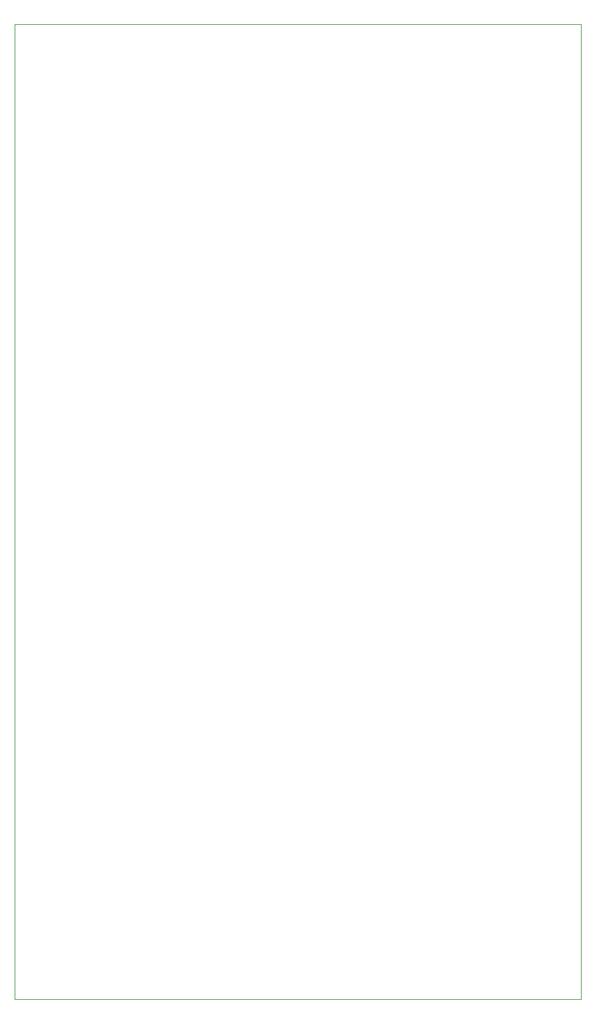
<source format=gbr>
%TF.GenerationSoftware,KiCad,Pcbnew,9.0.4*%
%TF.CreationDate,2025-11-06T00:07:10+01:00*%
%TF.ProjectId,BreadBoard,42726561-6442-46f6-9172-642e6b696361,rev?*%
%TF.SameCoordinates,Original*%
%TF.FileFunction,Profile,NP*%
%FSLAX46Y46*%
G04 Gerber Fmt 4.6, Leading zero omitted, Abs format (unit mm)*
G04 Created by KiCad (PCBNEW 9.0.4) date 2025-11-06 00:07:10*
%MOMM*%
%LPD*%
G01*
G04 APERTURE LIST*
%TA.AperFunction,Profile*%
%ADD10C,0.050000*%
%TD*%
G04 APERTURE END LIST*
D10*
X100000000Y-149500000D02*
X24700000Y-149500000D01*
X24700000Y-20000000D02*
X100000000Y-20000000D01*
X100000000Y-149500000D02*
X100000000Y-20000000D01*
X24700000Y-20000000D02*
X24700000Y-149500000D01*
M02*

</source>
